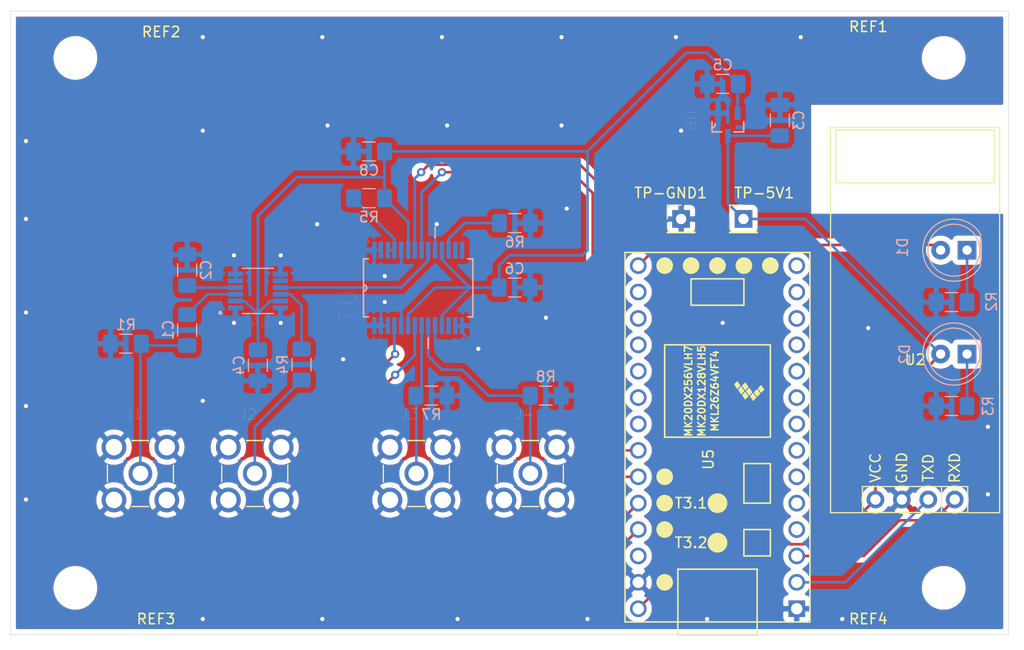
<source format=kicad_pcb>
(kicad_pcb (version 20171130) (host pcbnew 5.1.6-c6e7f7d~87~ubuntu18.04.1)
  (layers (0 F.Cu signal) (31 B.Cu signal) (34 B.Paste user) (35 F.Paste user) (36 B.SilkS user) (37 F.SilkS user) (38 B.Mask user) (39 F.Mask user) (44 Edge.Cuts user))
  (net 0 "")
  (net 1 +5V)
  (net 2 GND)
  (net 3 "Net-(D1-Pad1)")
  (net 4 "Net-(D2-Pad1)")
  (net 5 +3V3)
  (net 6 "Net-(R4-Pad1)")
  (net 7 "Net-(R5-Pad1)")
  (net 8 "Net-(R6-Pad1)")
  (net 9 "Net-(U7-Pad13)")
  (net 10 "Net-(U7-Pad14)")
  (net 11 "Net-(U7-Pad17)")
  (net 12 "Net-(C1-Pad2)")
  (net 13 "Net-(C1-Pad1)")
  (net 14 "Net-(C2-Pad1)")
  (net 15 "Net-(D1-Pad2)")
  (net 16 "Net-(U2-Pad1)")
  (net 17 "Net-(U2-Pad2)")
  (net 18 "Net-(U4-Pad9)")
  (net 19 "Net-(U5-Pad17)")
  (net 20 "Net-(U5-Pad18)")
  (net 21 "Net-(U5-Pad19)")
  (net 22 "Net-(U5-Pad16)")
  (net 23 "Net-(U5-Pad15)")
  (net 24 "Net-(U5-Pad14)")
  (net 25 "Net-(U5-Pad21)")
  (net 26 "Net-(U5-Pad22)")
  (net 27 "Net-(U5-Pad23)")
  (net 28 "Net-(U5-Pad24)")
  (net 29 "Net-(U5-Pad25)")
  (net 30 "Net-(U5-Pad26)")
  (net 31 "Net-(U5-Pad27)")
  (net 32 "Net-(U5-Pad28)")
  (net 33 "Net-(U5-Pad29)")
  (net 34 "Net-(U5-Pad30)")
  (net 35 "Net-(U5-Pad31)")
  (net 36 "Net-(U5-Pad34)")
  (net 37 "Net-(U5-Pad35)")
  (net 38 "Net-(U5-Pad36)")
  (net 39 "Net-(U5-Pad37)")
  (net 40 "Net-(U5-Pad13)")
  (net 41 "Net-(U5-Pad12)")
  (net 42 "Net-(U5-Pad11)")
  (net 43 "Net-(U5-Pad10)")
  (net 44 "Net-(U5-Pad9)")
  (net 45 "Net-(U5-Pad8)")
  (net 46 "Net-(U5-Pad7)")
  (net 47 "Net-(U5-Pad6)")
  (net 48 "Net-(U5-Pad5)")
  (net 49 "Net-(U5-Pad4)")
  (net 50 "Net-(J2-Pad1)")
  (net 51 "Net-(J3-Pad1)")
  (net 52 "Net-(J4-Pad1)")
  (module MountingHole:MountingHole_3.2mm_M3 (layer F.Cu) (at 138.25 105.5)
    (fp_text reference REF3 (at 7.75 3) (layer F.SilkS))
    (fp_text value MountingHole_3.2mm_M3)
    (pad 1 np_thru_hole circle (at 0 0) (size 3.2 3.2) (drill 3.2) (layers *.Cu *.Mask))
  )
  (module MountingHole:MountingHole_3.2mm_M3 (layer F.Cu) (at 138.25 54.5)
    (fp_text reference REF2 (at 8.25 -2.5) (layer F.SilkS))
    (fp_text value MountingHole_3.2mm_M3)
    (pad 1 np_thru_hole circle (at 0 0) (size 3.2 3.2) (drill 3.2) (layers *.Cu *.Mask))
  )
  (module MountingHole:MountingHole_3.2mm_M3 (layer F.Cu) (at 221.75 105.5)
    (fp_text reference REF4 (at -7.25 3) (layer F.SilkS))
    (fp_text value MountingHole_3.2mm_M3)
    (pad 1 np_thru_hole circle (at 0 0) (size 3.2 3.2) (drill 3.2) (layers *.Cu *.Mask))
  )
  (module MountingHole:MountingHole_3.2mm_M3 (layer F.Cu) (at 221.75 54.5)
    (fp_text reference REF1 (at -7.25 -3) (layer F.SilkS))
    (fp_text value MountingHole_3.2mm_M3)
    (pad 1 np_thru_hole circle (at 0 0) (size 3.2 3.2) (drill 3.2) (layers *.Cu *.Mask))
  )
  (module Connector_PinHeader_2.54mm:PinHeader_1x01_P2.54mm_Vertical (layer F.Cu) (at 196.5 70)
    (fp_text reference TP-GND1 (at -1 -2.5) (layer F.SilkS))
    (fp_text value TestPoint)
    (pad 1 thru_hole rect (at 0 0) (size 1.7 1.7) (drill 1) (layers *.Cu *.Mask) (net 2 GND))
  )
  (module Connector_PinHeader_2.54mm:PinHeader_1x01_P2.54mm_Vertical (layer F.Cu) (at 202.5 70)
    (fp_text reference TP-5V1 (at 2 -2.5) (layer F.SilkS))
    (fp_text value TestPoint)
    (pad 1 thru_hole rect (at 0 0) (size 1.7 1.7) (drill 1) (layers *.Cu *.Mask) (net 1 +5V))
  )
  (module Resistor_SMD:R_1206_3216Metric_Pad1.42x1.75mm_HandSolder (layer B.Cu) (at 222.5125 78)
    (fp_text reference R2 (at 3.8375 -0.05 -270) (layer B.SilkS) (effects (justify mirror)))
    (fp_text value 220)
    (pad 2 smd roundrect (at 1.4875 0) (size 1.425 1.75) (layers B.Cu B.Paste B.Mask) (roundrect_rratio 0.175439) (net 3 "Net-(D1-Pad1)"))
    (pad 1 smd roundrect (at -1.4875 0) (size 1.425 1.75) (layers B.Cu B.Paste B.Mask) (roundrect_rratio 0.175439) (net 2 GND))
  )
  (module LED_THT:LED_D5.0mm (layer B.Cu) (at 224 73 180)
    (fp_text reference D1 (at 6.2 0.25 270) (layer B.SilkS) (effects (justify mirror)))
    (fp_text value LED)
    (pad 2 thru_hole circle (at 2.54 0 180) (size 1.8 1.8) (drill 0.9) (layers *.Cu *.Mask) (net 15 "Net-(D1-Pad2)"))
    (pad 1 thru_hole rect (at 0 0 180) (size 1.8 1.8) (drill 0.9) (layers *.Cu *.Mask) (net 3 "Net-(D1-Pad1)"))
  )
  (module Resistor_SMD:R_1206_3216Metric_Pad1.42x1.75mm_HandSolder (layer B.Cu) (at 222.5125 88)
    (fp_text reference R3 (at 3.5125 0 -90) (layer B.SilkS) (effects (justify mirror)))
    (fp_text value 220)
    (pad 2 smd roundrect (at 1.4875 0) (size 1.425 1.75) (layers B.Cu B.Paste B.Mask) (roundrect_rratio 0.175439) (net 4 "Net-(D2-Pad1)"))
    (pad 1 smd roundrect (at -1.4875 0) (size 1.425 1.75) (layers B.Cu B.Paste B.Mask) (roundrect_rratio 0.175439) (net 2 GND))
  )
  (module LED_THT:LED_D5.0mm (layer B.Cu) (at 224 83 180)
    (fp_text reference D2 (at 6 0 270) (layer B.SilkS) (effects (justify mirror)))
    (fp_text value LED)
    (pad 2 thru_hole circle (at 2.54 0 180) (size 1.8 1.8) (drill 0.9) (layers *.Cu *.Mask) (net 1 +5V))
    (pad 1 thru_hole rect (at 0 0 180) (size 1.8 1.8) (drill 0.9) (layers *.Cu *.Mask) (net 4 "Net-(D2-Pad1)"))
  )
  (module dmcginnis427:HC06 (layer F.Cu) (at 219 97 180)
    (fp_text reference U2 (at 0 13.462) (layer F.SilkS))
    (fp_text value HC06)
    (fp_text user RXD (at -3.81 3.048 90) (layer F.SilkS))
    (fp_text user TXD (at -1.27 3.048 90) (layer F.SilkS))
    (fp_text user GND (at 1.27 3.048 90) (layer F.SilkS))
    (fp_text user VCC (at 3.81 3.048 90) (layer F.SilkS))
    (pad 1 thru_hole circle (at -3.81 0 180) (size 1.7 1.7) (drill 1) (layers *.Cu *.Mask) (net 16 "Net-(U2-Pad1)"))
    (pad 2 thru_hole circle (at -1.27 0 180) (size 1.7 1.7) (drill 1) (layers *.Cu *.Mask) (net 17 "Net-(U2-Pad2)"))
    (pad 3 thru_hole circle (at 1.27 0 180) (size 1.7 1.7) (drill 1) (layers *.Cu *.Mask) (net 2 GND))
    (pad 4 thru_hole circle (at 3.81 0 180) (size 1.7 1.7) (drill 1) (layers *.Cu *.Mask) (net 1 +5V))
  )
  (module TeensyFootprints:Teensy30_31_32_LC (layer F.Cu) (at 200 91 90)
    (fp_text reference U5 (at -2.14 -0.88 90) (layer F.SilkS))
    (fp_text value Teensy-LC)
    (fp_text user T3.2 (at -10.16 -2.54) (layer F.SilkS))
    (fp_text user T3.1 (at -6.35 -2.54) (layer F.SilkS))
    (fp_text user MK20DX256VLH7 (at 4.445 -2.794 90) (layer F.SilkS) (effects (font (size 0.7 0.7))))
    (fp_text user MKL26Z64VFT4 (at 4.445 -0.254 90) (layer F.SilkS) (effects (font (size 0.7 0.7))))
    (fp_text user MK20DX128VLH5 (at 4.445 -1.524 90) (layer F.SilkS) (effects (font (size 0.7 0.7))))
    (pad 17 connect circle (at 16.51 0 90) (size 1.6 1.6) (layers F.SilkS) (net 19 "Net-(U5-Pad17)"))
    (pad 18 connect circle (at 16.51 -2.54 90) (size 1.6 1.6) (layers F.SilkS) (net 20 "Net-(U5-Pad18)"))
    (pad 19 connect circle (at 16.51 -5.08 90) (size 1.6 1.6) (layers F.SilkS) (net 21 "Net-(U5-Pad19)"))
    (pad 20 thru_hole circle (at 16.51 -7.62 90) (size 1.6 1.6) (drill 1.1) (layers *.Cu *.Mask) (net 15 "Net-(D1-Pad2)"))
    (pad 16 connect circle (at 16.51 2.54 90) (size 1.6 1.6) (layers F.SilkS) (net 22 "Net-(U5-Pad16)"))
    (pad 15 connect circle (at 16.51 5.08 90) (size 1.6 1.6) (layers F.SilkS) (net 23 "Net-(U5-Pad15)"))
    (pad 14 thru_hole circle (at 16.51 7.62 90) (size 1.6 1.6) (drill 1.1) (layers *.Cu *.Mask) (net 24 "Net-(U5-Pad14)"))
    (pad 21 thru_hole circle (at 13.97 -7.62 90) (size 1.6 1.6) (drill 1.1) (layers *.Cu *.Mask) (net 25 "Net-(U5-Pad21)"))
    (pad 22 thru_hole circle (at 11.43 -7.62 90) (size 1.6 1.6) (drill 1.1) (layers *.Cu *.Mask) (net 26 "Net-(U5-Pad22)"))
    (pad 23 thru_hole circle (at 8.89 -7.62 90) (size 1.6 1.6) (drill 1.1) (layers *.Cu *.Mask) (net 27 "Net-(U5-Pad23)"))
    (pad 24 thru_hole circle (at 6.35 -7.62 90) (size 1.6 1.6) (drill 1.1) (layers *.Cu *.Mask) (net 28 "Net-(U5-Pad24)"))
    (pad 25 thru_hole circle (at 3.81 -7.62 90) (size 1.6 1.6) (drill 1.1) (layers *.Cu *.Mask) (net 29 "Net-(U5-Pad25)"))
    (pad 26 thru_hole circle (at 1.27 -7.62 90) (size 1.6 1.6) (drill 1.1) (layers *.Cu *.Mask) (net 30 "Net-(U5-Pad26)"))
    (pad 27 thru_hole circle (at -1.27 -7.62 90) (size 1.6 1.6) (drill 1.1) (layers *.Cu *.Mask) (net 31 "Net-(U5-Pad27)"))
    (pad 28 thru_hole circle (at -3.81 -7.62 90) (size 1.6 1.6) (drill 1.1) (layers *.Cu *.Mask) (net 32 "Net-(U5-Pad28)"))
    (pad 29 thru_hole circle (at -6.35 -7.62 90) (size 1.6 1.6) (drill 1.1) (layers *.Cu *.Mask) (net 33 "Net-(U5-Pad29)"))
    (pad 30 thru_hole circle (at -8.89 -7.62 90) (size 1.6 1.6) (drill 1.1) (layers *.Cu *.Mask) (net 34 "Net-(U5-Pad30)"))
    (pad 31 thru_hole circle (at -11.43 -7.62 90) (size 1.6 1.6) (drill 1.1) (layers *.Cu *.Mask) (net 35 "Net-(U5-Pad31)"))
    (pad 32 thru_hole circle (at -13.97 -7.62 90) (size 1.6 1.6) (drill 1.1) (layers *.Cu *.Mask) (net 2 GND))
    (pad 33 thru_hole circle (at -16.51 -7.62 90) (size 1.6 1.6) (drill 1.1) (layers *.Cu *.Mask) (net 1 +5V))
    (pad 34 connect circle (at -13.97 -5.08 90) (size 1.6 1.6) (layers F.SilkS) (net 36 "Net-(U5-Pad34)"))
    (pad 35 connect circle (at -8.89 -5.08 90) (size 1.6 1.6) (layers F.SilkS) (net 37 "Net-(U5-Pad35)"))
    (pad 36 connect circle (at -6.35 -5.08 90) (size 1.6 1.6) (layers F.SilkS) (net 38 "Net-(U5-Pad36)"))
    (pad 37 connect circle (at -3.81 -5.08 90) (size 1.6 1.6) (layers F.SilkS) (net 39 "Net-(U5-Pad37)"))
    (pad 13 thru_hole circle (at 13.97 7.62 90) (size 1.6 1.6) (drill 1.1) (layers *.Cu *.Mask) (net 40 "Net-(U5-Pad13)"))
    (pad 12 thru_hole circle (at 11.43 7.62 90) (size 1.6 1.6) (drill 1.1) (layers *.Cu *.Mask) (net 41 "Net-(U5-Pad12)"))
    (pad 11 thru_hole circle (at 8.89 7.62 90) (size 1.6 1.6) (drill 1.1) (layers *.Cu *.Mask) (net 42 "Net-(U5-Pad11)"))
    (pad 10 thru_hole circle (at 6.35 7.62 90) (size 1.6 1.6) (drill 1.1) (layers *.Cu *.Mask) (net 43 "Net-(U5-Pad10)"))
    (pad 9 thru_hole circle (at 3.81 7.62 90) (size 1.6 1.6) (drill 1.1) (layers *.Cu *.Mask) (net 44 "Net-(U5-Pad9)"))
    (pad 8 thru_hole circle (at 1.27 7.62 90) (size 1.6 1.6) (drill 1.1) (layers *.Cu *.Mask) (net 45 "Net-(U5-Pad8)"))
    (pad 7 thru_hole circle (at -1.27 7.62 90) (size 1.6 1.6) (drill 1.1) (layers *.Cu *.Mask) (net 46 "Net-(U5-Pad7)"))
    (pad 6 thru_hole circle (at -3.81 7.62 90) (size 1.6 1.6) (drill 1.1) (layers *.Cu *.Mask) (net 47 "Net-(U5-Pad6)"))
    (pad 5 thru_hole circle (at -6.35 7.62 90) (size 1.6 1.6) (drill 1.1) (layers *.Cu *.Mask) (net 48 "Net-(U5-Pad5)"))
    (pad 4 thru_hole circle (at -8.89 7.62 90) (size 1.6 1.6) (drill 1.1) (layers *.Cu *.Mask) (net 49 "Net-(U5-Pad4)"))
    (pad 3 thru_hole circle (at -11.43 7.62 90) (size 1.6 1.6) (drill 1.1) (layers *.Cu *.Mask) (net 16 "Net-(U2-Pad1)"))
    (pad 2 thru_hole circle (at -13.97 7.62 90) (size 1.6 1.6) (drill 1.1) (layers *.Cu *.Mask) (net 17 "Net-(U2-Pad2)"))
    (pad 1 thru_hole rect (at -16.51 7.62 90) (size 1.6 1.6) (drill 1.1) (layers *.Cu *.Mask) (net 2 GND))
    (pad 52 connect circle (at -6.35 0 90) (size 1.9 1.9) (layers F.SilkS))
    (pad 52 connect circle (at -10.16 0 90) (size 1.9 1.9) (layers F.SilkS))
  )
  (module Capacitor_SMD:C_1206_3216Metric_Pad1.42x1.75mm_HandSolder (layer B.Cu) (at 206 60.5 90)
    (fp_text reference C3 (at 0 1.82 90) (layer B.SilkS) (effects (justify mirror)))
    (fp_text value "1 uF")
    (pad 1 smd roundrect (at -1.4875 0 90) (size 1.425 1.75) (layers B.Cu B.Paste B.Mask) (roundrect_rratio 0.175439) (net 1 +5V))
    (pad 2 smd roundrect (at 1.4875 0 90) (size 1.425 1.75) (layers B.Cu B.Paste B.Mask) (roundrect_rratio 0.175439) (net 2 GND))
  )
  (module Capacitor_SMD:C_1206_3216Metric_Pad1.42x1.75mm_HandSolder (layer B.Cu) (at 200.5 57 180)
    (fp_text reference C5 (at 0 1.82) (layer B.SilkS) (effects (justify mirror)))
    (fp_text value "1 uF")
    (pad 1 smd roundrect (at -1.4875 0 180) (size 1.425 1.75) (layers B.Cu B.Paste B.Mask) (roundrect_rratio 0.175439) (net 5 +3V3))
    (pad 2 smd roundrect (at 1.4875 0 180) (size 1.425 1.75) (layers B.Cu B.Paste B.Mask) (roundrect_rratio 0.175439) (net 2 GND))
  )
  (module Capacitor_SMD:C_1206_3216Metric_Pad1.42x1.75mm_HandSolder (layer B.Cu) (at 149 80.6875 270)
    (fp_text reference C1 (at 0 1.82 90) (layer B.SilkS) (effects (justify mirror)))
    (fp_text value "10 nF")
    (pad 2 smd roundrect (at 1.4875 0 270) (size 1.425 1.75) (layers B.Cu B.Paste B.Mask) (roundrect_rratio 0.175439) (net 12 "Net-(C1-Pad2)"))
    (pad 1 smd roundrect (at -1.4875 0 270) (size 1.425 1.75) (layers B.Cu B.Paste B.Mask) (roundrect_rratio 0.175439) (net 13 "Net-(C1-Pad1)"))
  )
  (module Capacitor_SMD:C_1206_3216Metric_Pad1.42x1.75mm_HandSolder (layer B.Cu) (at 149 74.9125 90)
    (fp_text reference C2 (at 0 1.82 90) (layer B.SilkS) (effects (justify mirror)))
    (fp_text value "10 nF")
    (pad 1 smd roundrect (at -1.4875 0 90) (size 1.425 1.75) (layers B.Cu B.Paste B.Mask) (roundrect_rratio 0.175439) (net 14 "Net-(C2-Pad1)"))
    (pad 2 smd roundrect (at 1.4875 0 90) (size 1.425 1.75) (layers B.Cu B.Paste B.Mask) (roundrect_rratio 0.175439) (net 2 GND))
  )
  (module Capacitor_SMD:C_1206_3216Metric_Pad1.42x1.75mm_HandSolder (layer B.Cu) (at 180.4875 76.6 180)
    (fp_text reference C6 (at 0 1.82) (layer B.SilkS) (effects (justify mirror)))
    (fp_text value "0.1 uF")
    (pad 2 smd roundrect (at 1.4875 0 180) (size 1.425 1.75) (layers B.Cu B.Paste B.Mask) (roundrect_rratio 0.175439) (net 5 +3V3))
    (pad 1 smd roundrect (at -1.4875 0 180) (size 1.425 1.75) (layers B.Cu B.Paste B.Mask) (roundrect_rratio 0.175439) (net 2 GND))
  )
  (module Capacitor_SMD:C_1206_3216Metric_Pad1.42x1.75mm_HandSolder (layer B.Cu) (at 155.8 84.0875 270)
    (fp_text reference C4 (at 0 1.82 90) (layer B.SilkS) (effects (justify mirror)))
    (fp_text value "0.1 uF")
    (pad 2 smd roundrect (at 1.4875 0 270) (size 1.425 1.75) (layers B.Cu B.Paste B.Mask) (roundrect_rratio 0.175439) (net 2 GND))
    (pad 1 smd roundrect (at -1.4875 0 270) (size 1.425 1.75) (layers B.Cu B.Paste B.Mask) (roundrect_rratio 0.175439) (net 5 +3V3))
  )
  (module Capacitor_SMD:C_1206_3216Metric_Pad1.42x1.75mm_HandSolder (layer B.Cu) (at 166.4875 63.5)
    (fp_text reference C8 (at 0 1.82) (layer B.SilkS) (effects (justify mirror)))
    (fp_text value "0.1 uF")
    (pad 1 smd roundrect (at -1.4875 0) (size 1.425 1.75) (layers B.Cu B.Paste B.Mask) (roundrect_rratio 0.175439) (net 2 GND))
    (pad 2 smd roundrect (at 1.4875 0) (size 1.425 1.75) (layers B.Cu B.Paste B.Mask) (roundrect_rratio 0.175439) (net 5 +3V3))
  )
  (module Resistor_SMD:R_1206_3216Metric_Pad1.42x1.75mm_HandSolder (layer B.Cu) (at 143.1125 82 180)
    (fp_text reference R1 (at 0 1.82) (layer B.SilkS) (effects (justify mirror)))
    (fp_text value 50)
    (pad 2 smd roundrect (at 1.4875 0 180) (size 1.425 1.75) (layers B.Cu B.Paste B.Mask) (roundrect_rratio 0.175439) (net 2 GND))
    (pad 1 smd roundrect (at -1.4875 0 180) (size 1.425 1.75) (layers B.Cu B.Paste B.Mask) (roundrect_rratio 0.175439) (net 12 "Net-(C1-Pad2)"))
  )
  (module Resistor_SMD:R_1206_3216Metric_Pad1.42x1.75mm_HandSolder (layer B.Cu) (at 160 84.0125 270)
    (fp_text reference R4 (at 0 1.82 90) (layer B.SilkS) (effects (justify mirror)))
    (fp_text value 450)
    (pad 1 smd roundrect (at -1.4875 0 270) (size 1.425 1.75) (layers B.Cu B.Paste B.Mask) (roundrect_rratio 0.175439) (net 6 "Net-(R4-Pad1)"))
    (pad 2 smd roundrect (at 1.4875 0 270) (size 1.425 1.75) (layers B.Cu B.Paste B.Mask) (roundrect_rratio 0.175439) (net 50 "Net-(J2-Pad1)"))
  )
  (module Resistor_SMD:R_1206_3216Metric_Pad1.42x1.75mm_HandSolder (layer B.Cu) (at 166.4875 68)
    (fp_text reference R5 (at 0 1.82) (layer B.SilkS) (effects (justify mirror)))
    (fp_text value 1k)
    (pad 2 smd roundrect (at 1.4875 0) (size 1.425 1.75) (layers B.Cu B.Paste B.Mask) (roundrect_rratio 0.175439) (net 5 +3V3))
    (pad 1 smd roundrect (at -1.4875 0) (size 1.425 1.75) (layers B.Cu B.Paste B.Mask) (roundrect_rratio 0.175439) (net 7 "Net-(R5-Pad1)"))
  )
  (module Resistor_SMD:R_1206_3216Metric_Pad1.42x1.75mm_HandSolder (layer B.Cu) (at 180.5125 70.4)
    (fp_text reference R6 (at 0 1.82) (layer B.SilkS) (effects (justify mirror)))
    (fp_text value 3.9k)
    (pad 1 smd roundrect (at -1.4875 0) (size 1.425 1.75) (layers B.Cu B.Paste B.Mask) (roundrect_rratio 0.175) (net 8 "Net-(R6-Pad1)"))
    (pad 2 smd roundrect (at 1.4875 0) (size 1.425 1.75) (layers B.Cu B.Paste B.Mask) (roundrect_rratio 0.175439) (net 2 GND))
  )
  (module Resistor_SMD:R_1206_3216Metric_Pad1.42x1.75mm_HandSolder (layer B.Cu) (at 172.4875 87)
    (fp_text reference R7 (at 0 1.82) (layer B.SilkS) (effects (justify mirror)))
    (fp_text value 51)
    (pad 1 smd roundrect (at -1.4875 0) (size 1.425 1.75) (layers B.Cu B.Paste B.Mask) (roundrect_rratio 0.175439) (net 51 "Net-(J3-Pad1)"))
    (pad 2 smd roundrect (at 1.4875 0) (size 1.425 1.75) (layers B.Cu B.Paste B.Mask) (roundrect_rratio 0.175439) (net 2 GND))
  )
  (module Resistor_SMD:R_1206_3216Metric_Pad1.42x1.75mm_HandSolder (layer B.Cu) (at 183.4875 87 180)
    (fp_text reference R8 (at 0 1.82) (layer B.SilkS) (effects (justify mirror)))
    (fp_text value 51)
    (pad 2 smd roundrect (at 1.4875 0 180) (size 1.425 1.75) (layers B.Cu B.Paste B.Mask) (roundrect_rratio 0.175439) (net 52 "Net-(J4-Pad1)"))
    (pad 1 smd roundrect (at -1.4875 0 180) (size 1.425 1.75) (layers B.Cu B.Paste B.Mask) (roundrect_rratio 0.175439) (net 2 GND))
  )
  (module MCP1700T:SOT95P237X112-3N (layer B.Cu) (at 201 60.9078 270)
    (fp_text reference U6 (at -0.4078 3.5 90) (layer B.SilkS) (effects (font (thickness 0.015)) (justify mirror)))
    (fp_text value MCP1700T-3302E_TT)
    (pad 1 smd rect (at -1.0922 0.9398 270) (size 1.3208 0.5588) (layers B.Cu B.Paste B.Mask) (net 2 GND))
    (pad 2 smd rect (at -1.0922 -0.9398 270) (size 1.3208 0.5588) (layers B.Cu B.Paste B.Mask) (net 5 +3V3))
    (pad 3 smd rect (at 1.0922 0 270) (size 1.3208 0.508) (layers B.Cu B.Paste B.Mask) (net 1 +5V))
  )
  (module LTC6957:SOP65P490X110-12N (layer B.Cu) (at 155.8 76.925)
    (fp_text reference U4 (at 0.225 2.997) (layer B.SilkS) (effects (font (thickness 0.015)) (justify mirror)))
    (fp_text value LTC6957HMS-4#PBF)
    (pad 1 smd rect (at -2.16 1.625) (size 1.45 0.48) (layers B.Cu B.Paste B.Mask) (net 2 GND))
    (pad 2 smd rect (at -2.16 0.975) (size 1.45 0.48) (layers B.Cu B.Paste B.Mask) (net 5 +3V3))
    (pad 3 smd rect (at -2.16 0.325) (size 1.45 0.48) (layers B.Cu B.Paste B.Mask) (net 13 "Net-(C1-Pad1)"))
    (pad 4 smd rect (at -2.16 -0.325) (size 1.45 0.48) (layers B.Cu B.Paste B.Mask) (net 14 "Net-(C2-Pad1)"))
    (pad 5 smd rect (at -2.16 -0.975) (size 1.45 0.48) (layers B.Cu B.Paste B.Mask) (net 2 GND))
    (pad 6 smd rect (at -2.16 -1.625) (size 1.45 0.48) (layers B.Cu B.Paste B.Mask) (net 2 GND))
    (pad 7 smd rect (at 2.16 -1.625) (size 1.45 0.48) (layers B.Cu B.Paste B.Mask) (net 2 GND))
    (pad 8 smd rect (at 2.16 -0.975) (size 1.45 0.48) (layers B.Cu B.Paste B.Mask) (net 2 GND))
    (pad 9 smd rect (at 2.16 -0.325) (size 1.45 0.48) (layers B.Cu B.Paste B.Mask) (net 18 "Net-(U4-Pad9)"))
    (pad 10 smd rect (at 2.16 0.325) (size 1.45 0.48) (layers B.Cu B.Paste B.Mask) (net 6 "Net-(R4-Pad1)"))
    (pad 11 smd rect (at 2.16 0.975) (size 1.45 0.48) (layers B.Cu B.Paste B.Mask) (net 5 +3V3))
    (pad 12 smd rect (at 2.16 1.625) (size 1.45 0.48) (layers B.Cu B.Paste B.Mask) (net 2 GND))
  )
  (module AD9851:SOP65P780X200-28N (layer B.Cu) (at 171.2164 76.6322 270)
    (fp_text reference U7 (at 1.7526 6.7564 90) (layer B.SilkS) (effects (font (size 1.64 1.64) (thickness 0.015)) (justify mirror)))
    (fp_text value AD9851BRSZ)
    (fp_text user * (at -4.445 4.5212 90) (layer B.SilkS) (effects (font (thickness 0.015)) (justify mirror)))
    (pad 1 smd rect (at -3.6322 4.2164 270) (size 1.651 0.4318) (layers B.Cu B.Paste B.Mask) (net 2 GND))
    (pad 2 smd rect (at -3.6322 3.5814 270) (size 1.651 0.4318) (layers B.Cu B.Paste B.Mask) (net 2 GND))
    (pad 3 smd rect (at -3.6322 2.921 270) (size 1.651 0.4318) (layers B.Cu B.Paste B.Mask) (net 7 "Net-(R5-Pad1)"))
    (pad 4 smd rect (at -3.6322 2.286 270) (size 1.651 0.4318) (layers B.Cu B.Paste B.Mask) (net 7 "Net-(R5-Pad1)"))
    (pad 5 smd rect (at -3.6322 1.6256 270) (size 1.651 0.4318) (layers B.Cu B.Paste B.Mask) (net 2 GND))
    (pad 6 smd rect (at -3.6322 0.9652 270) (size 1.651 0.4318) (layers B.Cu B.Paste B.Mask) (net 5 +3V3))
    (pad 7 smd rect (at -3.6322 0.3302 270) (size 1.651 0.4318) (layers B.Cu B.Paste B.Mask) (net 31 "Net-(U5-Pad27)"))
    (pad 8 smd rect (at -3.6322 -0.3302 270) (size 1.651 0.4318) (layers B.Cu B.Paste B.Mask) (net 32 "Net-(U5-Pad28)"))
    (pad 9 smd rect (at -3.6322 -0.9652 270) (size 1.651 0.4318) (layers B.Cu B.Paste B.Mask) (net 18 "Net-(U4-Pad9)"))
    (pad 10 smd rect (at -3.6322 -1.6256 270) (size 1.651 0.4318) (layers B.Cu B.Paste B.Mask) (net 2 GND))
    (pad 11 smd rect (at -3.6322 -2.286 270) (size 1.651 0.4318) (layers B.Cu B.Paste B.Mask) (net 5 +3V3))
    (pad 12 smd rect (at -3.6322 -2.921 270) (size 1.651 0.4318) (layers B.Cu B.Paste B.Mask) (net 8 "Net-(R6-Pad1)"))
    (pad 13 smd rect (at -3.6322 -3.5814 270) (size 1.651 0.4318) (layers B.Cu B.Paste B.Mask) (net 9 "Net-(U7-Pad13)"))
    (pad 14 smd rect (at -3.6322 -4.2164 270) (size 1.651 0.4318) (layers B.Cu B.Paste B.Mask) (net 10 "Net-(U7-Pad14)"))
    (pad 15 smd rect (at 3.6322 -4.2164 270) (size 1.651 0.4318) (layers B.Cu B.Paste B.Mask) (net 2 GND))
    (pad 16 smd rect (at 3.6322 -3.5814 270) (size 1.651 0.4318) (layers B.Cu B.Paste B.Mask) (net 2 GND))
    (pad 17 smd rect (at 3.6322 -2.921 270) (size 1.651 0.4318) (layers B.Cu B.Paste B.Mask) (net 11 "Net-(U7-Pad17)"))
    (pad 18 smd rect (at 3.6322 -2.286 270) (size 1.651 0.4318) (layers B.Cu B.Paste B.Mask) (net 5 +3V3))
    (pad 19 smd rect (at 3.6322 -1.6256 270) (size 1.651 0.4318) (layers B.Cu B.Paste B.Mask) (net 2 GND))
    (pad 20 smd rect (at 3.6322 -0.9652 270) (size 1.651 0.4318) (layers B.Cu B.Paste B.Mask) (net 52 "Net-(J4-Pad1)"))
    (pad 21 smd rect (at 3.6322 -0.3302 270) (size 1.651 0.4318) (layers B.Cu B.Paste B.Mask) (net 51 "Net-(J3-Pad1)"))
    (pad 22 smd rect (at 3.6322 0.3302 270) (size 1.651 0.4318) (layers B.Cu B.Paste B.Mask) (net 33 "Net-(U5-Pad29)"))
    (pad 23 smd rect (at 3.6322 0.9652 270) (size 1.651 0.4318) (layers B.Cu B.Paste B.Mask) (net 5 +3V3))
    (pad 24 smd rect (at 3.6322 1.6256 270) (size 1.651 0.4318) (layers B.Cu B.Paste B.Mask) (net 2 GND))
    (pad 25 smd rect (at 3.6322 2.286 270) (size 1.651 0.4318) (layers B.Cu B.Paste B.Mask) (net 34 "Net-(U5-Pad30)"))
    (pad 26 smd rect (at 3.6322 2.921 270) (size 1.651 0.4318) (layers B.Cu B.Paste B.Mask) (net 2 GND))
    (pad 27 smd rect (at 3.6322 3.5814 270) (size 1.651 0.4318) (layers B.Cu B.Paste B.Mask) (net 2 GND))
    (pad 28 smd rect (at 3.6322 4.2164 270) (size 1.651 0.4318) (layers B.Cu B.Paste B.Mask) (net 2 GND))
  )
  (module 2985-6004:AMPHENOL_2985-6004 (layer F.Cu) (at 144.5 94.5)
    (fp_text reference J1 (at -0.635 -5.715) (layer F.SilkS) (effects (font (thickness 0.015))))
    (fp_text value 2985-6004)
    (pad 1 thru_hole circle (at 0 0) (size 2.28 2.28) (drill 1.52) (layers *.Cu *.Mask) (net 12 "Net-(C1-Pad2)"))
    (pad S2 thru_hole circle (at 2.54 -2.54) (size 2.385 2.385) (drill 1.59) (layers *.Cu *.Mask) (net 2 GND))
    (pad S3 thru_hole circle (at 2.54 2.54) (size 2.385 2.385) (drill 1.59) (layers *.Cu *.Mask) (net 2 GND))
    (pad S4 thru_hole circle (at -2.54 2.54) (size 2.385 2.385) (drill 1.59) (layers *.Cu *.Mask) (net 2 GND))
    (pad S1 thru_hole circle (at -2.54 -2.54) (size 2.385 2.385) (drill 1.59) (layers *.Cu *.Mask) (net 2 GND))
  )
  (module 2985-6004:AMPHENOL_2985-6004 (layer F.Cu) (at 155.5 94.5)
    (fp_text reference J2 (at -0.635 -5.715) (layer F.SilkS) (effects (font (thickness 0.015))))
    (fp_text value 2985-6004)
    (pad S1 thru_hole circle (at -2.54 -2.54) (size 2.385 2.385) (drill 1.59) (layers *.Cu *.Mask) (net 2 GND))
    (pad S4 thru_hole circle (at -2.54 2.54) (size 2.385 2.385) (drill 1.59) (layers *.Cu *.Mask) (net 2 GND))
    (pad S3 thru_hole circle (at 2.54 2.54) (size 2.385 2.385) (drill 1.59) (layers *.Cu *.Mask) (net 2 GND))
    (pad S2 thru_hole circle (at 2.54 -2.54) (size 2.385 2.385) (drill 1.59) (layers *.Cu *.Mask) (net 2 GND))
    (pad 1 thru_hole circle (at 0 0) (size 2.28 2.28) (drill 1.52) (layers *.Cu *.Mask) (net 50 "Net-(J2-Pad1)"))
  )
  (module 2985-6004:AMPHENOL_2985-6004 (layer F.Cu) (at 171.04 94.5)
    (fp_text reference J3 (at -0.635 -5.715) (layer F.SilkS) (effects (font (thickness 0.015))))
    (fp_text value 2985-6004)
    (pad 1 thru_hole circle (at 0 0) (size 2.28 2.28) (drill 1.52) (layers *.Cu *.Mask) (net 51 "Net-(J3-Pad1)"))
    (pad S2 thru_hole circle (at 2.54 -2.54) (size 2.385 2.385) (drill 1.59) (layers *.Cu *.Mask) (net 2 GND))
    (pad S3 thru_hole circle (at 2.54 2.54) (size 2.385 2.385) (drill 1.59) (layers *.Cu *.Mask) (net 2 GND))
    (pad S4 thru_hole circle (at -2.54 2.54) (size 2.385 2.385) (drill 1.59) (layers *.Cu *.Mask) (net 2 GND))
    (pad S1 thru_hole circle (at -2.54 -2.54) (size 2.385 2.385) (drill 1.59) (layers *.Cu *.Mask) (net 2 GND))
  )
  (module 2985-6004:AMPHENOL_2985-6004 (layer F.Cu) (at 182 94.5)
    (fp_text reference J4 (at -0.635 -5.715) (layer F.SilkS) (effects (font (thickness 0.015))))
    (fp_text value 2985-6004)
    (pad S1 thru_hole circle (at -2.54 -2.54) (size 2.385 2.385) (drill 1.59) (layers *.Cu *.Mask) (net 2 GND))
    (pad S4 thru_hole circle (at -2.54 2.54) (size 2.385 2.385) (drill 1.59) (layers *.Cu *.Mask) (net 2 GND))
    (pad S3 thru_hole circle (at 2.54 2.54) (size 2.385 2.385) (drill 1.59) (layers *.Cu *.Mask) (net 2 GND))
    (pad S2 thru_hole circle (at 2.54 -2.54) (size 2.385 2.385) (drill 1.59) (layers *.Cu *.Mask) (net 2 GND))
    (pad 1 thru_hole circle (at 0 0) (size 2.28 2.28) (drill 1.52) (layers *.Cu *.Mask) (net 52 "Net-(J4-Pad1)"))
  )
  (gr_line (start 132 110) (end 132 50) (layer Edge.Cuts) (width 0.05))
  (gr_line (start 228 110) (end 132 110) (layer Edge.Cuts) (width 0.05))
  (gr_line (start 228 50) (end 228 110) (layer Edge.Cuts) (width 0.05))
  (gr_line (start 132 50) (end 228 50) (layer Edge.Cuts) (width 0.05))
  (segment (start 201 68.5) (end 202.5 70) (width 0.25) (layer B.Cu) (net 1))
  (segment (start 201 62) (end 201 68.5) (width 0.25) (layer B.Cu) (net 1))
  (segment (start 201.0125 61.9875) (end 201 62) (width 0.25) (layer B.Cu) (net 1))
  (segment (start 206 61.9875) (end 201.0125 61.9875) (width 0.25) (layer B.Cu) (net 1))
  (segment (start 215.19 89.27) (end 221.46 83) (width 0.25) (layer F.Cu) (net 1))
  (segment (start 215.19 97) (end 215.19 89.27) (width 0.25) (layer F.Cu) (net 1))
  (segment (start 208.46 70) (end 202.5 70) (width 0.25) (layer B.Cu) (net 1))
  (segment (start 221.46 83) (end 208.46 70) (width 0.25) (layer B.Cu) (net 1))
  (segment (start 198.585001 101.304999) (end 192.38 107.51) (width 0.25) (layer F.Cu) (net 1))
  (segment (start 210.885001 101.304999) (end 198.585001 101.304999) (width 0.25) (layer F.Cu) (net 1))
  (segment (start 215.19 97) (end 210.885001 101.304999) (width 0.25) (layer F.Cu) (net 1))
  (via (at 185.5 69) (size 0.8) (drill 0.4) (layers F.Cu B.Cu) (net 2))
  (via (at 161.5 70.5) (size 0.8) (drill 0.4) (layers F.Cu B.Cu) (net 2))
  (via (at 158 80) (size 0.8) (drill 0.4) (layers F.Cu B.Cu) (net 2))
  (segment (start 157.96 79.96) (end 158 80) (width 0.25) (layer B.Cu) (net 2))
  (segment (start 157.96 78.55) (end 157.96 79.96) (width 0.25) (layer B.Cu) (net 2))
  (segment (start 157.96 75.95) (end 157.96 75.3) (width 0.25) (layer B.Cu) (net 2))
  (via (at 158 73.5) (size 0.8) (drill 0.4) (layers F.Cu B.Cu) (net 2))
  (via (at 153.5 73.5) (size 0.8) (drill 0.4) (layers F.Cu B.Cu) (net 2))
  (via (at 153.5 80) (size 0.8) (drill 0.4) (layers F.Cu B.Cu) (net 2))
  (segment (start 157.96 73.54) (end 158 73.5) (width 0.25) (layer B.Cu) (net 2))
  (segment (start 157.96 75.3) (end 157.96 73.54) (width 0.25) (layer B.Cu) (net 2))
  (segment (start 153.64 75.95) (end 153.64 75.3) (width 0.25) (layer B.Cu) (net 2))
  (segment (start 153.5 75.16) (end 153.64 75.3) (width 0.25) (layer B.Cu) (net 2))
  (segment (start 153.5 73.5) (end 153.5 75.16) (width 0.25) (layer B.Cu) (net 2))
  (segment (start 153.5 78.69) (end 153.64 78.55) (width 0.25) (layer B.Cu) (net 2))
  (segment (start 153.5 80) (end 153.5 78.69) (width 0.25) (layer B.Cu) (net 2))
  (via (at 168 75.5) (size 0.8) (drill 0.4) (layers F.Cu B.Cu) (net 2))
  (via (at 168 78) (size 0.8) (drill 0.4) (layers F.Cu B.Cu) (net 2))
  (segment (start 169.5908 73) (end 169.5908 74.9092) (width 0.25) (layer B.Cu) (net 2))
  (segment (start 169 75.5) (end 168 75.5) (width 0.25) (layer B.Cu) (net 2))
  (segment (start 169.5908 74.9092) (end 169 75.5) (width 0.25) (layer B.Cu) (net 2))
  (segment (start 169.5908 80.2644) (end 169.5908 78.5908) (width 0.25) (layer B.Cu) (net 2))
  (segment (start 169 78) (end 168 78) (width 0.25) (layer B.Cu) (net 2))
  (segment (start 169.5908 78.5908) (end 169 78) (width 0.25) (layer B.Cu) (net 2))
  (via (at 173 70.5) (size 0.8) (drill 0.4) (layers F.Cu B.Cu) (net 2))
  (segment (start 172.842 70.658) (end 173 70.5) (width 0.25) (layer B.Cu) (net 2))
  (segment (start 172.842 73) (end 172.842 70.658) (width 0.25) (layer B.Cu) (net 2))
  (via (at 177 82.5) (size 0.8) (drill 0.4) (layers F.Cu B.Cu) (net 2))
  (segment (start 175.4328 80.9328) (end 177 82.5) (width 0.25) (layer B.Cu) (net 2))
  (segment (start 175.4328 80.2644) (end 175.4328 80.9328) (width 0.25) (layer B.Cu) (net 2))
  (segment (start 174.7978 80.2644) (end 175.4328 80.2644) (width 0.25) (layer B.Cu) (net 2))
  (segment (start 172.842 80.2644) (end 172.842 82.342) (width 0.25) (layer B.Cu) (net 2))
  (segment (start 173 82.5) (end 177 82.5) (width 0.25) (layer B.Cu) (net 2))
  (segment (start 172.842 82.342) (end 173 82.5) (width 0.25) (layer B.Cu) (net 2))
  (segment (start 168.2954 80.2644) (end 167.635 80.2644) (width 0.25) (layer B.Cu) (net 2))
  (segment (start 167 80.2644) (end 167.635 80.2644) (width 0.25) (layer B.Cu) (net 2))
  (segment (start 167.635 78.365) (end 168 78) (width 0.25) (layer B.Cu) (net 2))
  (segment (start 167.635 80.2644) (end 167.635 78.365) (width 0.25) (layer B.Cu) (net 2))
  (segment (start 167 73) (end 167.635 73) (width 0.25) (layer B.Cu) (net 2))
  (segment (start 167 74.5) (end 167 73) (width 0.25) (layer B.Cu) (net 2))
  (segment (start 168 75.5) (end 167 74.5) (width 0.25) (layer B.Cu) (net 2))
  (via (at 150.5 52.5) (size 0.8) (drill 0.4) (layers F.Cu B.Cu) (net 2))
  (via (at 162 52.5) (size 0.8) (drill 0.4) (layers F.Cu B.Cu) (net 2))
  (via (at 173.5 52.5) (size 0.8) (drill 0.4) (layers F.Cu B.Cu) (net 2))
  (via (at 185 52.5) (size 0.8) (drill 0.4) (layers F.Cu B.Cu) (net 2))
  (via (at 196 52.5) (size 0.8) (drill 0.4) (layers F.Cu B.Cu) (net 2))
  (via (at 208 52.5) (size 0.8) (drill 0.4) (layers F.Cu B.Cu) (net 2))
  (via (at 133.5 62.5) (size 0.8) (drill 0.4) (layers F.Cu B.Cu) (net 2))
  (via (at 133.5 70) (size 0.8) (drill 0.4) (layers F.Cu B.Cu) (net 2))
  (via (at 133.5 79) (size 0.8) (drill 0.4) (layers F.Cu B.Cu) (net 2))
  (via (at 133.5 88) (size 0.8) (drill 0.4) (layers F.Cu B.Cu) (net 2))
  (via (at 133.5 97) (size 0.8) (drill 0.4) (layers F.Cu B.Cu) (net 2))
  (via (at 150.5 108.5) (size 0.8) (drill 0.4) (layers F.Cu B.Cu) (net 2))
  (via (at 162 108.5) (size 0.8) (drill 0.4) (layers F.Cu B.Cu) (net 2))
  (via (at 175 108.5) (size 0.8) (drill 0.4) (layers F.Cu B.Cu) (net 2))
  (via (at 187.5 108.5) (size 0.8) (drill 0.4) (layers F.Cu B.Cu) (net 2))
  (via (at 199 108.5) (size 0.8) (drill 0.4) (layers F.Cu B.Cu) (net 2))
  (via (at 212 108.5) (size 0.8) (drill 0.4) (layers F.Cu B.Cu) (net 2))
  (via (at 226 96.5) (size 0.8) (drill 0.4) (layers F.Cu B.Cu) (net 2))
  (via (at 226 90) (size 0.8) (drill 0.4) (layers F.Cu B.Cu) (net 2))
  (via (at 183.5 79.5) (size 0.8) (drill 0.4) (layers F.Cu B.Cu) (net 2))
  (via (at 200.5 80) (size 0.8) (drill 0.4) (layers F.Cu B.Cu) (net 2))
  (via (at 214.5 80.5) (size 0.8) (drill 0.4) (layers F.Cu B.Cu) (net 2))
  (via (at 150.5 61.5) (size 0.8) (drill 0.4) (layers F.Cu B.Cu) (net 2))
  (via (at 162.5 61) (size 0.8) (drill 0.4) (layers F.Cu B.Cu) (net 2))
  (via (at 174 61) (size 0.8) (drill 0.4) (layers F.Cu B.Cu) (net 2))
  (via (at 185 61) (size 0.8) (drill 0.4) (layers F.Cu B.Cu) (net 2))
  (via (at 196.5 61.5) (size 0.8) (drill 0.4) (layers F.Cu B.Cu) (net 2))
  (via (at 150.5 87.5) (size 0.8) (drill 0.4) (layers F.Cu B.Cu) (net 2))
  (via (at 164 83.5) (size 0.8) (drill 0.4) (layers F.Cu B.Cu) (net 2))
  (segment (start 224 73) (end 224 78) (width 0.25) (layer B.Cu) (net 3))
  (segment (start 224 83) (end 224 88) (width 0.25) (layer B.Cu) (net 4))
  (segment (start 154.540002 77.9) (end 153.64 77.9) (width 0.25) (layer B.Cu) (net 5))
  (segment (start 155.8 79.159998) (end 154.540002 77.9) (width 0.25) (layer B.Cu) (net 5))
  (segment (start 155.8 82.6) (end 155.8 79.159998) (width 0.25) (layer B.Cu) (net 5))
  (segment (start 155.8 79.085) (end 155.8 79.159998) (width 0.25) (layer B.Cu) (net 5))
  (segment (start 156.985 77.9) (end 155.8 79.085) (width 0.25) (layer B.Cu) (net 5))
  (segment (start 157.96 77.9) (end 156.985 77.9) (width 0.25) (layer B.Cu) (net 5))
  (segment (start 176.175398 76.6) (end 173.5024 79.272998) (width 0.25) (layer B.Cu) (net 5))
  (segment (start 173.5024 79.272998) (end 173.5024 80.2644) (width 0.25) (layer B.Cu) (net 5))
  (segment (start 179 76.6) (end 176.175398 76.6) (width 0.25) (layer B.Cu) (net 5))
  (segment (start 173.5024 73.927002) (end 176.175398 76.6) (width 0.25) (layer B.Cu) (net 5))
  (segment (start 173.5024 73) (end 173.5024 73.927002) (width 0.25) (layer B.Cu) (net 5))
  (segment (start 170.2512 79.1889) (end 172.8401 76.6) (width 0.25) (layer B.Cu) (net 5))
  (segment (start 172.8401 76.6) (end 176.175398 76.6) (width 0.25) (layer B.Cu) (net 5))
  (segment (start 170.2512 80.2644) (end 170.2512 79.1889) (width 0.25) (layer B.Cu) (net 5))
  (segment (start 170.2512 70.2762) (end 167.975 68) (width 0.25) (layer B.Cu) (net 5))
  (segment (start 170.2512 73) (end 170.2512 70.2762) (width 0.25) (layer B.Cu) (net 5))
  (segment (start 201.9398 57.0477) (end 201.9875 57) (width 0.25) (layer B.Cu) (net 5))
  (segment (start 201.9398 59.8156) (end 201.9398 57.0477) (width 0.25) (layer B.Cu) (net 5))
  (segment (start 198.9875 54) (end 201.9875 57) (width 0.25) (layer B.Cu) (net 5))
  (segment (start 197 54) (end 198.9875 54) (width 0.25) (layer B.Cu) (net 5))
  (segment (start 167.975 63.5) (end 187.5 63.5) (width 0.25) (layer B.Cu) (net 5))
  (segment (start 187.5 63.5) (end 197 54) (width 0.25) (layer B.Cu) (net 5))
  (segment (start 155.8 79.085) (end 155.8 69.7) (width 0.25) (layer B.Cu) (net 5))
  (segment (start 159.525 65.975) (end 167.975 65.975) (width 0.25) (layer B.Cu) (net 5))
  (segment (start 155.8 69.7) (end 159.525 65.975) (width 0.25) (layer B.Cu) (net 5))
  (segment (start 167.975 68) (end 167.975 65.975) (width 0.25) (layer B.Cu) (net 5))
  (segment (start 167.975 65.975) (end 167.975 63.5) (width 0.25) (layer B.Cu) (net 5))
  (segment (start 179 76.6) (end 179 74.5) (width 0.25) (layer B.Cu) (net 5))
  (segment (start 179 74.5) (end 180 73.5) (width 0.25) (layer B.Cu) (net 5))
  (segment (start 180 73.5) (end 187 73.5) (width 0.25) (layer B.Cu) (net 5))
  (segment (start 187.5 73) (end 187.5 63.5) (width 0.25) (layer B.Cu) (net 5))
  (segment (start 187 73.5) (end 187.5 73) (width 0.25) (layer B.Cu) (net 5))
  (segment (start 160 78.315) (end 160 82.525) (width 0.25) (layer B.Cu) (net 6))
  (segment (start 158.935 77.25) (end 160 78.315) (width 0.25) (layer B.Cu) (net 6))
  (segment (start 157.96 77.25) (end 158.935 77.25) (width 0.25) (layer B.Cu) (net 6))
  (segment (start 165.0059 68) (end 165 68) (width 0.25) (layer B.Cu) (net 7))
  (segment (start 168.9304 73) (end 168.9304 71.9245) (width 0.25) (layer B.Cu) (net 7))
  (segment (start 168.9304 71.9245) (end 168.50295 71.49705) (width 0.25) (layer B.Cu) (net 7))
  (segment (start 168.50295 71.49705) (end 165.0059 68) (width 0.25) (layer B.Cu) (net 7))
  (segment (start 168.2954 73) (end 168.9304 73) (width 0.25) (layer B.Cu) (net 7))
  (segment (start 175.6619 70.4) (end 179.025 70.4) (width 0.25) (layer B.Cu) (net 8))
  (segment (start 174.1374 71.9245) (end 175.6619 70.4) (width 0.25) (layer B.Cu) (net 8))
  (segment (start 174.1374 73) (end 174.1374 71.9245) (width 0.25) (layer B.Cu) (net 8))
  (segment (start 171.5466 86.4534) (end 171.5466 80.2644) (width 0.25) (layer B.Cu) (net 51))
  (segment (start 171 87) (end 171.5466 86.4534) (width 0.25) (layer B.Cu) (net 51))
  (segment (start 182 87) (end 177.951198 87) (width 0.25) (layer B.Cu) (net 52))
  (segment (start 172.1816 80.2644) (end 172.1816 83.1816) (width 0.25) (layer B.Cu) (net 52))
  (segment (start 172.1816 83.1816) (end 173.5 84.5) (width 0.25) (layer B.Cu) (net 52))
  (segment (start 175.451198 84.5) (end 177.951198 87) (width 0.25) (layer B.Cu) (net 52))
  (segment (start 173.5 84.5) (end 175.451198 84.5) (width 0.25) (layer B.Cu) (net 52))
  (segment (start 144.775 82.175) (end 144.6 82) (width 0.25) (layer B.Cu) (net 12))
  (segment (start 149 82.175) (end 144.775 82.175) (width 0.25) (layer B.Cu) (net 12))
  (segment (start 144.5 82.1) (end 144.6 82) (width 0.25) (layer B.Cu) (net 12))
  (segment (start 144.5 94.5) (end 144.5 82.1) (width 0.25) (layer B.Cu) (net 12))
  (segment (start 150.95 77.25) (end 153.64 77.25) (width 0.25) (layer B.Cu) (net 13))
  (segment (start 149 79.2) (end 150.95 77.25) (width 0.25) (layer B.Cu) (net 13))
  (segment (start 149.2 76.6) (end 153.64 76.6) (width 0.25) (layer B.Cu) (net 14))
  (segment (start 149 76.4) (end 149.2 76.6) (width 0.25) (layer B.Cu) (net 14))
  (segment (start 192.38 74.49) (end 194.37 72.5) (width 0.25) (layer F.Cu) (net 15))
  (segment (start 220.96 72.5) (end 221.46 73) (width 0.25) (layer F.Cu) (net 15))
  (segment (start 194.37 72.5) (end 220.96 72.5) (width 0.25) (layer F.Cu) (net 15))
  (segment (start 207.62 102.43) (end 214.07 102.43) (width 0.25) (layer F.Cu) (net 16))
  (segment (start 214.07 102.43) (end 217.5 99) (width 0.25) (layer F.Cu) (net 16))
  (segment (start 220.81 99) (end 222.81 97) (width 0.25) (layer F.Cu) (net 16))
  (segment (start 217.5 99) (end 220.81 99) (width 0.25) (layer F.Cu) (net 16))
  (segment (start 212.3 104.97) (end 207.62 104.97) (width 0.25) (layer B.Cu) (net 17))
  (segment (start 220.27 97) (end 212.3 104.97) (width 0.25) (layer B.Cu) (net 17))
  (segment (start 172.1816 73.991402) (end 172.1816 73) (width 0.25) (layer B.Cu) (net 18))
  (segment (start 169.573002 76.6) (end 172.1816 73.991402) (width 0.25) (layer B.Cu) (net 18))
  (segment (start 157.96 76.6) (end 169.573002 76.6) (width 0.25) (layer B.Cu) (net 18))
  (via (at 171.5 65.5) (size 0.8) (drill 0.4) (layers F.Cu B.Cu) (net 31))
  (segment (start 170.8862 73) (end 170.8862 66.1138) (width 0.25) (layer B.Cu) (net 31))
  (segment (start 170.8862 66.1138) (end 171.5 65.5) (width 0.25) (layer B.Cu) (net 31))
  (segment (start 192.38 92.27) (end 189.77 92.27) (width 0.25) (layer F.Cu) (net 31))
  (segment (start 189.77 92.27) (end 189 91.5) (width 0.25) (layer F.Cu) (net 31))
  (segment (start 189 91.5) (end 189 67) (width 0.25) (layer F.Cu) (net 31))
  (segment (start 172.225001 64.774999) (end 171.5 65.5) (width 0.25) (layer F.Cu) (net 31))
  (segment (start 186.774999 64.774999) (end 172.225001 64.774999) (width 0.25) (layer F.Cu) (net 31))
  (segment (start 189 67) (end 186.774999 64.774999) (width 0.25) (layer F.Cu) (net 31))
  (segment (start 171.5466 73) (end 171.5466 67.4534) (width 0.25) (layer B.Cu) (net 32))
  (via (at 173.5 65.5) (size 0.8) (drill 0.4) (layers F.Cu B.Cu) (net 32))
  (segment (start 171.5466 67.4534) (end 173.5 65.5) (width 0.25) (layer B.Cu) (net 32))
  (segment (start 192.38 94.81) (end 188.81 94.81) (width 0.25) (layer F.Cu) (net 32))
  (segment (start 188.81 94.81) (end 188 94) (width 0.25) (layer F.Cu) (net 32))
  (segment (start 188 94) (end 188 67.5) (width 0.25) (layer F.Cu) (net 32))
  (segment (start 186 65.5) (end 173.5 65.5) (width 0.25) (layer F.Cu) (net 32))
  (segment (start 188 67.5) (end 186 65.5) (width 0.25) (layer F.Cu) (net 32))
  (via (at 169 85) (size 0.8) (drill 0.4) (layers F.Cu B.Cu) (net 33))
  (segment (start 170.8862 80.2644) (end 170.8862 83.1138) (width 0.25) (layer B.Cu) (net 33))
  (segment (start 170.8862 83.1138) (end 169 85) (width 0.25) (layer B.Cu) (net 33))
  (segment (start 169 85) (end 165 89) (width 0.25) (layer F.Cu) (net 33))
  (segment (start 165 89) (end 165 100) (width 0.25) (layer F.Cu) (net 33))
  (segment (start 165 100) (end 165.5 100.5) (width 0.25) (layer F.Cu) (net 33))
  (segment (start 189.23 100.5) (end 192.38 97.35) (width 0.25) (layer F.Cu) (net 33))
  (segment (start 165.5 100.5) (end 189.23 100.5) (width 0.25) (layer F.Cu) (net 33))
  (via (at 169 83) (size 0.8) (drill 0.4) (layers F.Cu B.Cu) (net 34))
  (segment (start 168.9304 80.2644) (end 168.9304 82.9304) (width 0.25) (layer B.Cu) (net 34))
  (segment (start 168.9304 82.9304) (end 169 83) (width 0.25) (layer B.Cu) (net 34))
  (segment (start 192.38 99.89) (end 189.77 102.5) (width 0.25) (layer F.Cu) (net 34))
  (segment (start 189.77 102.5) (end 164.5 102.5) (width 0.25) (layer F.Cu) (net 34))
  (segment (start 164.5 102.5) (end 163 101) (width 0.25) (layer F.Cu) (net 34))
  (segment (start 163 89) (end 169 83) (width 0.25) (layer F.Cu) (net 34))
  (segment (start 163 101) (end 163 89) (width 0.25) (layer F.Cu) (net 34))
  (segment (start 155.5 90) (end 160 85.5) (width 0.25) (layer B.Cu) (net 50))
  (segment (start 155.5 94.5) (end 155.5 90) (width 0.25) (layer B.Cu) (net 50))
  (segment (start 171.04 87.04) (end 171 87) (width 0.25) (layer B.Cu) (net 51))
  (segment (start 171.04 94.5) (end 171.04 87.04) (width 0.25) (layer B.Cu) (net 51))
  (segment (start 182 94.5) (end 182 87) (width 0.25) (layer B.Cu) (net 52))
  (zone (net 2) (net_name GND) (layer B.Cu) (connect_pads (clearance 0.508)) (min_thickness 0.254) (fill yes (arc_segments 32) (thermal_gap 0.508) (thermal_bridge_width 0.508))
    (polygon (pts (xy 229.5 111.5) (xy 131 111) (xy 131 49) (xy 229.5 49)))
  )
  (zone (net 2) (net_name GND) (layer F.Cu) (connect_pads (clearance 0.508)) (min_thickness 0.254) (fill yes (arc_segments 32) (thermal_gap 0.508) (thermal_bridge_width 0.508))
    (polygon (pts (xy 229.5 111.5) (xy 131 111) (xy 131 49) (xy 229.5 49)))
  )
  (zone (net 0) (net_name "") (layers F&B.Cu) (connect_pads (clearance 0.508)) (min_thickness 0.254)
    (keepout (tracks not_allowed) (vias not_allowed) (copperpour not_allowed))
    (fill (arc_segments 32) (thermal_gap 0.508) (thermal_bridge_width 0.508))
    (polygon (pts (xy 228 69.5) (xy 209 69.5) (xy 209 59) (xy 228 59)))
  )
)
</source>
